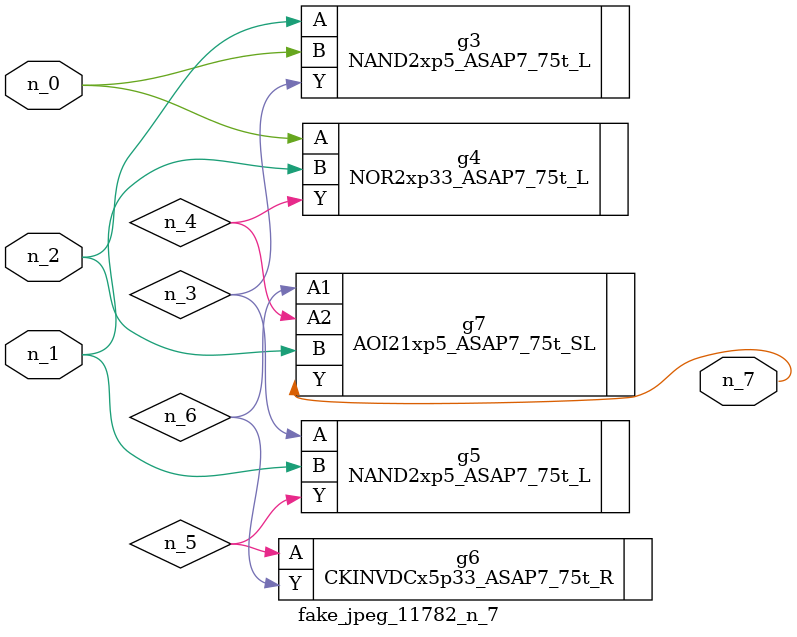
<source format=v>
module fake_jpeg_11782_n_7 (n_0, n_2, n_1, n_7);

input n_0;
input n_2;
input n_1;

output n_7;

wire n_3;
wire n_4;
wire n_6;
wire n_5;

NAND2xp5_ASAP7_75t_L g3 ( 
.A(n_2),
.B(n_0),
.Y(n_3)
);

NOR2xp33_ASAP7_75t_L g4 ( 
.A(n_0),
.B(n_1),
.Y(n_4)
);

NAND2xp5_ASAP7_75t_L g5 ( 
.A(n_3),
.B(n_1),
.Y(n_5)
);

CKINVDCx5p33_ASAP7_75t_R g6 ( 
.A(n_5),
.Y(n_6)
);

AOI21xp5_ASAP7_75t_SL g7 ( 
.A1(n_6),
.A2(n_4),
.B(n_2),
.Y(n_7)
);


endmodule
</source>
